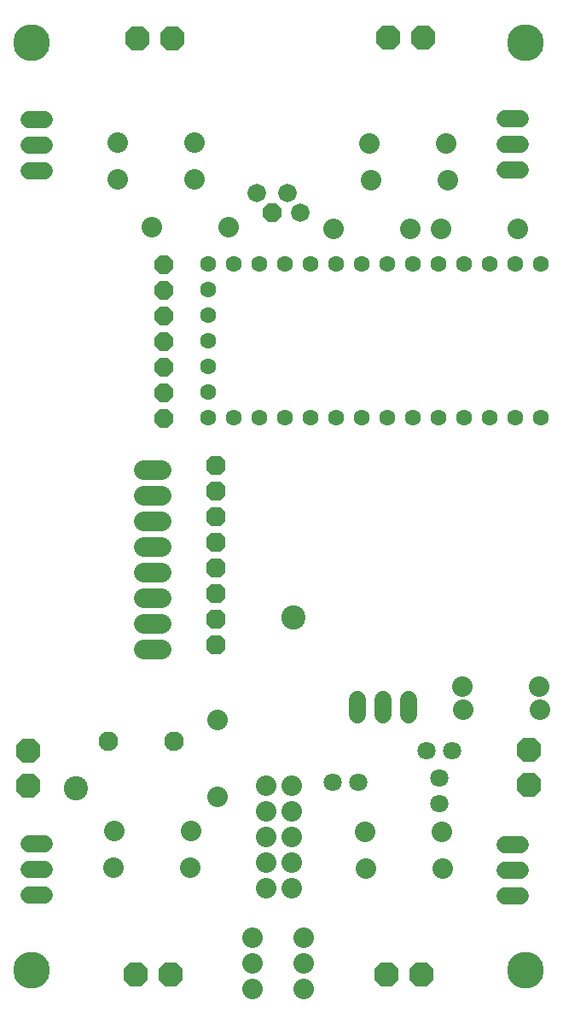
<source format=gbr>
G04 EAGLE Gerber RS-274X export*
G75*
%MOMM*%
%FSLAX34Y34*%
%LPD*%
%INSoldermask Bottom*%
%IPPOS*%
%AMOC8*
5,1,8,0,0,1.08239X$1,22.5*%
G01*
%ADD10C,3.652400*%
%ADD11C,1.803400*%
%ADD12C,1.676400*%
%ADD13C,2.032000*%
%ADD14C,1.828800*%
%ADD15P,1.979475X8X112.500000*%
%ADD16C,1.930400*%
%ADD17C,1.600200*%
%ADD18P,2.089446X8X292.500000*%
%ADD19P,2.654453X8X22.500000*%
%ADD20P,2.654453X8X112.500000*%
%ADD21C,1.930400*%
%ADD22C,2.402400*%


D10*
X40000Y40000D03*
X530000Y40000D03*
X530000Y960000D03*
X40000Y960000D03*
D11*
X432100Y258300D03*
X457500Y258300D03*
X444300Y230700D03*
X444300Y205300D03*
X338500Y226300D03*
X363900Y226300D03*
D12*
X363500Y293180D02*
X363500Y308420D01*
X388900Y308420D02*
X388900Y293180D01*
X414300Y293180D02*
X414300Y308420D01*
D13*
X297800Y121700D03*
X272400Y121700D03*
X297800Y147100D03*
X272400Y147100D03*
X297800Y172500D03*
X272400Y172500D03*
X297800Y197900D03*
X272400Y197900D03*
X297800Y223300D03*
X272400Y223300D03*
D14*
X263310Y810684D03*
D15*
X278550Y791316D03*
D14*
X293790Y810684D03*
X306490Y791316D03*
D16*
X116200Y266800D03*
X181200Y266800D03*
D13*
X258800Y21300D03*
X258800Y46700D03*
X258800Y72100D03*
X310100Y21800D03*
X310100Y47200D03*
X310100Y72600D03*
D12*
X509880Y884600D02*
X525120Y884600D01*
X525120Y859200D02*
X509880Y859200D01*
X509880Y833800D02*
X525120Y833800D01*
X52620Y883900D02*
X37380Y883900D01*
X37380Y858500D02*
X52620Y858500D01*
X52620Y833100D02*
X37380Y833100D01*
X37380Y165700D02*
X52620Y165700D01*
X52620Y140300D02*
X37380Y140300D01*
X37380Y114900D02*
X52620Y114900D01*
X509880Y165000D02*
X525120Y165000D01*
X525120Y139600D02*
X509880Y139600D01*
X509880Y114200D02*
X525120Y114200D01*
D13*
X201600Y824300D03*
X125400Y824300D03*
X121800Y178200D03*
X198000Y178200D03*
X197300Y141800D03*
X121100Y141800D03*
X446900Y177800D03*
X370700Y177800D03*
X371600Y141300D03*
X447800Y141300D03*
X467500Y321300D03*
X543700Y321300D03*
X467900Y298300D03*
X544100Y298300D03*
X224400Y288500D03*
X224400Y212300D03*
X235100Y776600D03*
X158900Y776600D03*
X415700Y775600D03*
X339500Y775600D03*
X522300Y775600D03*
X446100Y775600D03*
X451400Y860100D03*
X375200Y860100D03*
X376600Y823200D03*
X452800Y823200D03*
X125000Y860700D03*
X201200Y860700D03*
D17*
X545600Y740400D03*
X520200Y740400D03*
X494800Y740400D03*
X469400Y740400D03*
X444000Y740400D03*
X418600Y740400D03*
X393200Y740400D03*
X367800Y740400D03*
X342400Y740400D03*
X317000Y740400D03*
X291600Y740400D03*
X266200Y740400D03*
X240800Y740400D03*
X215400Y740400D03*
X215400Y715000D03*
X215400Y689600D03*
X215400Y664200D03*
X215400Y638800D03*
X215400Y613400D03*
X215400Y588000D03*
X240800Y588000D03*
X266200Y588000D03*
X291600Y588000D03*
X317000Y588000D03*
X342400Y588000D03*
X367800Y588000D03*
X393200Y588000D03*
X418600Y588000D03*
X444000Y588000D03*
X469400Y588000D03*
X494800Y588000D03*
X520200Y588000D03*
X545600Y588000D03*
D15*
X171100Y587600D03*
X171100Y613000D03*
X171100Y638400D03*
X171100Y663800D03*
X171100Y689200D03*
X171100Y714600D03*
X171100Y740000D03*
D18*
X222900Y540400D03*
X222900Y515000D03*
X222900Y489600D03*
X222900Y464200D03*
X222900Y438800D03*
X222900Y413400D03*
X222900Y388000D03*
X222900Y362600D03*
D19*
X393400Y965000D03*
X428400Y965000D03*
X144500Y963900D03*
X179500Y963900D03*
X143100Y36400D03*
X178100Y36400D03*
X391700Y36400D03*
X426700Y36400D03*
D20*
X36100Y222800D03*
X36100Y257800D03*
X533600Y223900D03*
X533600Y258900D03*
D21*
X168090Y434700D02*
X150310Y434700D01*
X150310Y460100D02*
X168090Y460100D01*
X168090Y409300D02*
X150310Y409300D01*
X150310Y383900D02*
X168090Y383900D01*
X168090Y358500D02*
X150310Y358500D01*
X150310Y485500D02*
X168090Y485500D01*
X168090Y510900D02*
X150310Y510900D01*
X150310Y536300D02*
X168090Y536300D01*
D22*
X300000Y390000D03*
X84000Y221000D03*
M02*

</source>
